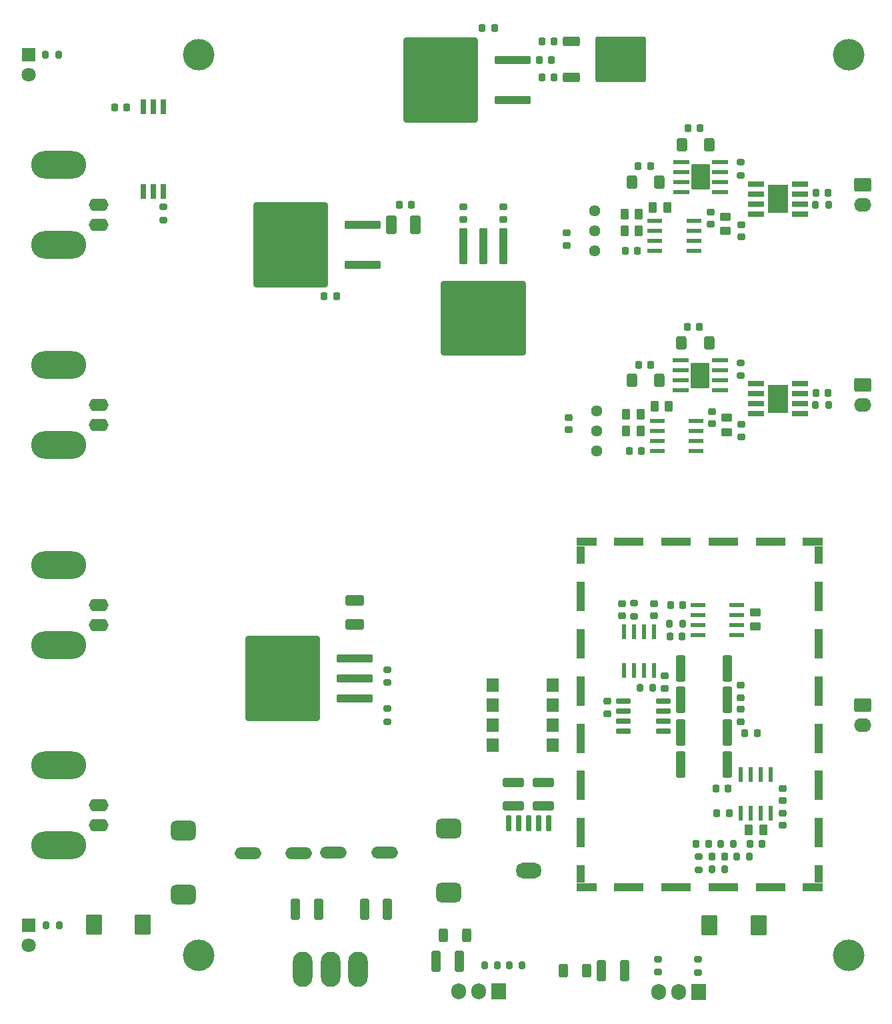
<source format=gbr>
%TF.GenerationSoftware,KiCad,Pcbnew,7.0.1*%
%TF.CreationDate,2023-05-22T15:23:34-04:00*%
%TF.ProjectId,bipolar_current_controller,6269706f-6c61-4725-9f63-757272656e74,rev?*%
%TF.SameCoordinates,Original*%
%TF.FileFunction,Soldermask,Top*%
%TF.FilePolarity,Negative*%
%FSLAX46Y46*%
G04 Gerber Fmt 4.6, Leading zero omitted, Abs format (unit mm)*
G04 Created by KiCad (PCBNEW 7.0.1) date 2023-05-22 15:23:34*
%MOMM*%
%LPD*%
G01*
G04 APERTURE LIST*
G04 Aperture macros list*
%AMRoundRect*
0 Rectangle with rounded corners*
0 $1 Rounding radius*
0 $2 $3 $4 $5 $6 $7 $8 $9 X,Y pos of 4 corners*
0 Add a 4 corners polygon primitive as box body*
4,1,4,$2,$3,$4,$5,$6,$7,$8,$9,$2,$3,0*
0 Add four circle primitives for the rounded corners*
1,1,$1+$1,$2,$3*
1,1,$1+$1,$4,$5*
1,1,$1+$1,$6,$7*
1,1,$1+$1,$8,$9*
0 Add four rect primitives between the rounded corners*
20,1,$1+$1,$2,$3,$4,$5,0*
20,1,$1+$1,$4,$5,$6,$7,0*
20,1,$1+$1,$6,$7,$8,$9,0*
20,1,$1+$1,$8,$9,$2,$3,0*%
G04 Aperture macros list end*
%ADD10RoundRect,0.250000X0.262500X0.450000X-0.262500X0.450000X-0.262500X-0.450000X0.262500X-0.450000X0*%
%ADD11C,4.000000*%
%ADD12RoundRect,0.250000X1.100000X-0.325000X1.100000X0.325000X-1.100000X0.325000X-1.100000X-0.325000X0*%
%ADD13RoundRect,0.200000X-0.200000X-0.275000X0.200000X-0.275000X0.200000X0.275000X-0.200000X0.275000X0*%
%ADD14RoundRect,0.200000X0.275000X-0.200000X0.275000X0.200000X-0.275000X0.200000X-0.275000X-0.200000X0*%
%ADD15RoundRect,0.250000X-0.362500X-1.425000X0.362500X-1.425000X0.362500X1.425000X-0.362500X1.425000X0*%
%ADD16RoundRect,0.225000X0.250000X-0.225000X0.250000X0.225000X-0.250000X0.225000X-0.250000X-0.225000X0*%
%ADD17R,2.032000X0.660400*%
%ADD18C,0.355600*%
%ADD19R,2.540000X3.556000*%
%ADD20RoundRect,0.200000X-0.275000X0.200000X-0.275000X-0.200000X0.275000X-0.200000X0.275000X0.200000X0*%
%ADD21RoundRect,0.218750X-0.218750X-0.256250X0.218750X-0.256250X0.218750X0.256250X-0.218750X0.256250X0*%
%ADD22R,1.000000X1.000000*%
%ADD23R,1.550000X1.000000*%
%ADD24R,3.800000X1.000000*%
%ADD25R,1.000000X2.300000*%
%ADD26R,1.000000X3.800000*%
%ADD27R,1.520000X1.780000*%
%ADD28R,1.520000X1.750000*%
%ADD29RoundRect,0.250000X-0.450000X0.262500X-0.450000X-0.262500X0.450000X-0.262500X0.450000X0.262500X0*%
%ADD30RoundRect,0.625000X-0.975000X0.625000X-0.975000X-0.625000X0.975000X-0.625000X0.975000X0.625000X0*%
%ADD31RoundRect,0.250000X-0.312500X-0.625000X0.312500X-0.625000X0.312500X0.625000X-0.312500X0.625000X0*%
%ADD32RoundRect,0.250000X-0.850000X-0.350000X0.850000X-0.350000X0.850000X0.350000X-0.850000X0.350000X0*%
%ADD33RoundRect,0.249997X-2.950003X-2.650003X2.950003X-2.650003X2.950003X2.650003X-2.950003X2.650003X0*%
%ADD34RoundRect,0.225000X-0.250000X0.225000X-0.250000X-0.225000X0.250000X-0.225000X0.250000X0.225000X0*%
%ADD35R,0.558800X1.981200*%
%ADD36O,3.400000X1.500000*%
%ADD37R,1.905000X2.000000*%
%ADD38O,1.905000X2.000000*%
%ADD39RoundRect,0.225000X0.225000X0.250000X-0.225000X0.250000X-0.225000X-0.250000X0.225000X-0.250000X0*%
%ADD40RoundRect,0.250000X-0.845000X0.620000X-0.845000X-0.620000X0.845000X-0.620000X0.845000X0.620000X0*%
%ADD41O,2.190000X1.740000*%
%ADD42RoundRect,0.225000X-0.225000X-0.250000X0.225000X-0.250000X0.225000X0.250000X-0.225000X0.250000X0*%
%ADD43RoundRect,0.250000X-0.325000X-1.100000X0.325000X-1.100000X0.325000X1.100000X-0.325000X1.100000X0*%
%ADD44O,2.500000X4.500000*%
%ADD45RoundRect,0.250000X0.450000X-0.262500X0.450000X0.262500X-0.450000X0.262500X-0.450000X-0.262500X0*%
%ADD46RoundRect,0.250000X-0.400000X-0.600000X0.400000X-0.600000X0.400000X0.600000X-0.400000X0.600000X0*%
%ADD47R,1.800000X1.800000*%
%ADD48C,1.800000*%
%ADD49RoundRect,0.250000X-0.925000X0.412500X-0.925000X-0.412500X0.925000X-0.412500X0.925000X0.412500X0*%
%ADD50R,1.981200X0.558800*%
%ADD51RoundRect,0.200000X0.200000X0.275000X-0.200000X0.275000X-0.200000X-0.275000X0.200000X-0.275000X0*%
%ADD52RoundRect,0.041300X0.943700X0.253700X-0.943700X0.253700X-0.943700X-0.253700X0.943700X-0.253700X0*%
%ADD53RoundRect,0.170100X1.044900X1.414900X-1.044900X1.414900X-1.044900X-1.414900X1.044900X-1.414900X0*%
%ADD54RoundRect,0.250000X2.050000X0.300000X-2.050000X0.300000X-2.050000X-0.300000X2.050000X-0.300000X0*%
%ADD55RoundRect,0.250002X4.449998X5.149998X-4.449998X5.149998X-4.449998X-5.149998X4.449998X-5.149998X0*%
%ADD56R,1.981200X0.533400*%
%ADD57C,1.440000*%
%ADD58O,2.500000X1.600000*%
%ADD59O,7.000000X3.500000*%
%ADD60RoundRect,0.048800X0.871200X0.256200X-0.871200X0.256200X-0.871200X-0.256200X0.871200X-0.256200X0*%
%ADD61RoundRect,0.250000X0.400000X0.600000X-0.400000X0.600000X-0.400000X-0.600000X0.400000X-0.600000X0*%
%ADD62RoundRect,0.250000X-0.262500X-0.450000X0.262500X-0.450000X0.262500X0.450000X-0.262500X0.450000X0*%
%ADD63R,0.640000X1.900000*%
%ADD64RoundRect,0.250000X0.787500X1.025000X-0.787500X1.025000X-0.787500X-1.025000X0.787500X-1.025000X0*%
%ADD65RoundRect,0.250000X-0.300000X2.050000X-0.300000X-2.050000X0.300000X-2.050000X0.300000X2.050000X0*%
%ADD66RoundRect,0.250002X-5.149998X4.449998X-5.149998X-4.449998X5.149998X-4.449998X5.149998X4.449998X0*%
%ADD67RoundRect,0.049600X-0.260400X0.935400X-0.260400X-0.935400X0.260400X-0.935400X0.260400X0.935400X0*%
%ADD68RoundRect,0.788000X-0.792000X0.197000X-0.792000X-0.197000X0.792000X-0.197000X0.792000X0.197000X0*%
%ADD69RoundRect,0.250000X0.412500X0.925000X-0.412500X0.925000X-0.412500X-0.925000X0.412500X-0.925000X0*%
%ADD70RoundRect,0.250000X0.325000X1.100000X-0.325000X1.100000X-0.325000X-1.100000X0.325000X-1.100000X0*%
G04 APERTURE END LIST*
D10*
%TO.C,R13*%
X144835477Y-54101451D03*
X143010477Y-54101451D03*
%TD*%
D11*
%TO.C,H1*%
X88900000Y-146050000D03*
%TD*%
D12*
%TO.C,C51*%
X128908093Y-127029306D03*
X128908093Y-124079306D03*
%TD*%
D13*
%TO.C,R38*%
X125244988Y-147272713D03*
X126894988Y-147272713D03*
%TD*%
D14*
%TO.C,R36*%
X112903000Y-116369000D03*
X112903000Y-114719000D03*
%TD*%
D13*
%TO.C,R32*%
X69560618Y-142239960D03*
X71210618Y-142239960D03*
%TD*%
D15*
%TO.C,R9*%
X150164262Y-113603705D03*
X156089262Y-113603705D03*
%TD*%
D10*
%TO.C,R17*%
X148440477Y-51077426D03*
X146615477Y-51077426D03*
%TD*%
D16*
%TO.C,C10*%
X135894050Y-79336617D03*
X135894050Y-77786617D03*
%TD*%
D17*
%TO.C,U8*%
X159731824Y-48110039D03*
X159731824Y-49380039D03*
X159731824Y-50650039D03*
X159731824Y-51920039D03*
X165319824Y-51920039D03*
X165319824Y-50650039D03*
X165319824Y-49380039D03*
X165319824Y-48110039D03*
D18*
X161636824Y-48491039D03*
X161636824Y-50015039D03*
X161636824Y-51539039D03*
X162081324Y-49253039D03*
X162081324Y-50777039D03*
X162525824Y-48491039D03*
X162525824Y-50015039D03*
D19*
X162525824Y-50015039D03*
D18*
X162525824Y-51539039D03*
X162970324Y-49253039D03*
X162970324Y-50777039D03*
X163414824Y-48491039D03*
X163414824Y-50015039D03*
X163414824Y-51539039D03*
%TD*%
D20*
%TO.C,R35*%
X147319856Y-146506237D03*
X147319856Y-148156237D03*
%TD*%
D21*
%TO.C,L4*%
X152116569Y-131854347D03*
X153691569Y-131854347D03*
%TD*%
D22*
%TO.C,TP1*%
X137419433Y-137356288D03*
D23*
X138694433Y-137356288D03*
D24*
X143569433Y-137356288D03*
X149569433Y-137356288D03*
X155569433Y-137356288D03*
X161569433Y-137356288D03*
D23*
X166444433Y-137356288D03*
D22*
X167719433Y-137356288D03*
D25*
X137419433Y-135706288D03*
X167719433Y-135706288D03*
D26*
X137419433Y-130456288D03*
X167719433Y-130456288D03*
X137419433Y-124456288D03*
X167719433Y-124456288D03*
X137419433Y-118456288D03*
X167719433Y-118456288D03*
X137419433Y-112456288D03*
X167719433Y-112456288D03*
X137419433Y-106456288D03*
X167719433Y-106456288D03*
X137419433Y-100456288D03*
X167719433Y-100456288D03*
D25*
X137419433Y-95206288D03*
X167719433Y-95206288D03*
D22*
X137419433Y-93556288D03*
D23*
X138694433Y-93556288D03*
D24*
X143569433Y-93556288D03*
X149569433Y-93556288D03*
X155569433Y-93556288D03*
X161569433Y-93556288D03*
D23*
X166444433Y-93556288D03*
D22*
X167719433Y-93556288D03*
%TD*%
D27*
%TO.C,J5*%
X133919599Y-119373256D03*
D28*
X133919599Y-116833256D03*
D27*
X133919599Y-114293256D03*
X133919599Y-111753256D03*
X126299599Y-111753256D03*
X126299599Y-114293256D03*
X126299599Y-116833256D03*
X126299599Y-119373256D03*
%TD*%
D16*
%TO.C,C30*%
X157795599Y-113303256D03*
X157795599Y-111753256D03*
%TD*%
D29*
%TO.C,R19*%
X155820967Y-52274821D03*
X155820967Y-54099821D03*
%TD*%
D30*
%TO.C,L2*%
X120650000Y-129935000D03*
X120650000Y-138035000D03*
%TD*%
D20*
%TO.C,R34*%
X152374307Y-146527951D03*
X152374307Y-148177951D03*
%TD*%
%TO.C,R1*%
X144261759Y-101349121D03*
X144261759Y-102999121D03*
%TD*%
D31*
%TO.C,R41*%
X135255000Y-147955000D03*
X138180000Y-147955000D03*
%TD*%
D32*
%TO.C,U14*%
X136242922Y-30003935D03*
D33*
X142542922Y-32283935D03*
D32*
X136242922Y-34563935D03*
%TD*%
D10*
%TO.C,R14*%
X144832776Y-51925154D03*
X143007776Y-51925154D03*
%TD*%
D34*
%TO.C,C2*%
X146801211Y-101394072D03*
X146801211Y-102944072D03*
%TD*%
D35*
%TO.C,U1*%
X142991759Y-109886721D03*
X144261759Y-109886721D03*
X145531759Y-109886721D03*
X146801759Y-109886721D03*
X146801759Y-104959121D03*
X145531759Y-104959121D03*
X144261759Y-104959121D03*
X142991759Y-104959121D03*
%TD*%
D16*
%TO.C,C1*%
X142669092Y-102943524D03*
X142669092Y-101393524D03*
%TD*%
D36*
%TO.C,C31*%
X95175000Y-133096000D03*
X101675000Y-133096000D03*
%TD*%
D16*
%TO.C,C27*%
X163144222Y-129532056D03*
X163144222Y-127982056D03*
%TD*%
D37*
%TO.C,U12*%
X152400000Y-150640058D03*
D38*
X149860000Y-150640058D03*
X147320000Y-150640058D03*
%TD*%
D39*
%TO.C,C28*%
X159853599Y-117849256D03*
X158303599Y-117849256D03*
%TD*%
D14*
%TO.C,R4*%
X152446600Y-135141226D03*
X152446600Y-133491226D03*
%TD*%
D39*
%TO.C,C42*%
X126505000Y-28322000D03*
X124955000Y-28322000D03*
%TD*%
D40*
%TO.C,J7*%
X173228000Y-48260000D03*
D41*
X173228000Y-50800000D03*
%TD*%
D11*
%TO.C,H4*%
X88900000Y-31750000D03*
%TD*%
D42*
%TO.C,C25*%
X154760449Y-127979468D03*
X156310449Y-127979468D03*
%TD*%
D15*
%TO.C,R8*%
X150152330Y-109603374D03*
X156077330Y-109603374D03*
%TD*%
D39*
%TO.C,C48*%
X115964000Y-50800000D03*
X114414000Y-50800000D03*
%TD*%
D42*
%TO.C,C3*%
X154645050Y-124884019D03*
X156195050Y-124884019D03*
%TD*%
D13*
%TO.C,R10*%
X148740732Y-103957748D03*
X150390732Y-103957748D03*
%TD*%
D42*
%TO.C,C23*%
X144754000Y-45847000D03*
X146304000Y-45847000D03*
%TD*%
D14*
%TO.C,R26*%
X157734000Y-72453000D03*
X157734000Y-70803000D03*
%TD*%
D43*
%TO.C,C40*%
X140056000Y-147955000D03*
X143006000Y-147955000D03*
%TD*%
D39*
%TO.C,C43*%
X134079922Y-34569935D03*
X132529922Y-34569935D03*
%TD*%
D34*
%TO.C,C4*%
X163129762Y-124824783D03*
X163129762Y-126374783D03*
%TD*%
D44*
%TO.C,P1*%
X102164000Y-147828000D03*
X105664000Y-147828000D03*
X109164000Y-147828000D03*
%TD*%
D45*
%TO.C,R6*%
X159648881Y-104283923D03*
X159648881Y-102458923D03*
%TD*%
D29*
%TO.C,R20*%
X155977129Y-77784556D03*
X155977129Y-79609556D03*
%TD*%
D46*
%TO.C,D4*%
X143979447Y-73068233D03*
X147479447Y-73068233D03*
%TD*%
D43*
%TO.C,C34*%
X109982000Y-140208000D03*
X112932000Y-140208000D03*
%TD*%
D47*
%TO.C,D6*%
X67310000Y-31750000D03*
D48*
X67310000Y-34290000D03*
%TD*%
D10*
%TO.C,R15*%
X145065311Y-79467582D03*
X143240311Y-79467582D03*
%TD*%
D34*
%TO.C,C11*%
X153967952Y-51709949D03*
X153967952Y-53259949D03*
%TD*%
D42*
%TO.C,C16*%
X151094835Y-41061292D03*
X152644835Y-41061292D03*
%TD*%
D49*
%TO.C,C52*%
X108712000Y-100976000D03*
X108712000Y-104051000D03*
%TD*%
D50*
%TO.C,U3*%
X157287599Y-105403256D03*
X157287599Y-104133256D03*
X157287599Y-102863256D03*
X157287599Y-101593256D03*
X152359999Y-101593256D03*
X152359999Y-102863256D03*
X152359999Y-104133256D03*
X152359999Y-105403256D03*
%TD*%
D14*
%TO.C,R37*%
X112903000Y-111416000D03*
X112903000Y-109766000D03*
%TD*%
D51*
%TO.C,R39*%
X71120000Y-31750000D03*
X69470000Y-31750000D03*
%TD*%
D16*
%TO.C,C45*%
X127634000Y-52595000D03*
X127634000Y-51045000D03*
%TD*%
D52*
%TO.C,S2*%
X155182000Y-49149000D03*
X155182000Y-47879000D03*
X155182000Y-46609000D03*
X155182000Y-45339000D03*
D53*
X152711015Y-47244000D03*
D52*
X150232000Y-45339000D03*
X150232000Y-46609000D03*
X150232000Y-47879000D03*
X150232000Y-49149000D03*
%TD*%
D54*
%TO.C,U13*%
X128787000Y-37447000D03*
D55*
X119637000Y-34907000D03*
D54*
X128787000Y-32367000D03*
%TD*%
D56*
%TO.C,U6*%
X147176131Y-78205476D03*
X147176131Y-79475476D03*
X147176131Y-80745476D03*
X147176131Y-82015476D03*
X152103731Y-82015476D03*
X152103731Y-80745476D03*
X152103731Y-79475476D03*
X152103731Y-78205476D03*
%TD*%
D42*
%TO.C,C6*%
X148794402Y-105551513D03*
X150344402Y-105551513D03*
%TD*%
%TO.C,C14*%
X143602184Y-82011665D03*
X145152184Y-82011665D03*
%TD*%
D39*
%TO.C,C37*%
X79813108Y-38386246D03*
X78263108Y-38386246D03*
%TD*%
D16*
%TO.C,C9*%
X135636000Y-55893000D03*
X135636000Y-54343000D03*
%TD*%
D13*
%TO.C,R28*%
X157245902Y-133493984D03*
X158895902Y-133493984D03*
%TD*%
D57*
%TO.C,RV1*%
X139197249Y-51558848D03*
X139197249Y-54098848D03*
X139197249Y-56638848D03*
%TD*%
D40*
%TO.C,J8*%
X173228000Y-73660000D03*
D41*
X173228000Y-76200000D03*
%TD*%
D11*
%TO.C,H3*%
X171450000Y-31750000D03*
%TD*%
D14*
%TO.C,R25*%
X157747048Y-47035511D03*
X157747048Y-45385511D03*
%TD*%
D52*
%TO.C,S1*%
X155122372Y-74335190D03*
X155122372Y-73065190D03*
X155122372Y-71795190D03*
X155122372Y-70525190D03*
D53*
X152651387Y-72430190D03*
D52*
X150172372Y-70525190D03*
X150172372Y-71795190D03*
X150172372Y-73065190D03*
X150172372Y-74335190D03*
%TD*%
D58*
%TO.C,J1*%
X76200000Y-101600000D03*
X76200000Y-104140000D03*
D59*
X71120000Y-106680000D03*
X71120000Y-96520000D03*
%TD*%
D36*
%TO.C,C32*%
X106045000Y-132999016D03*
X112545000Y-132999016D03*
%TD*%
D34*
%TO.C,C20*%
X157824633Y-78638388D03*
X157824633Y-80188388D03*
%TD*%
D16*
%TO.C,C29*%
X157795599Y-116351256D03*
X157795599Y-114801256D03*
%TD*%
D60*
%TO.C,U4*%
X147943550Y-117566361D03*
X147943550Y-116296361D03*
X147943550Y-115026361D03*
X147943550Y-113756361D03*
X142873550Y-113756361D03*
X142873550Y-115026361D03*
X142873550Y-116296361D03*
X142873550Y-117566361D03*
%TD*%
D43*
%TO.C,C33*%
X101190000Y-140208000D03*
X104140000Y-140208000D03*
%TD*%
D16*
%TO.C,C7*%
X148143599Y-112109568D03*
X148143599Y-110559568D03*
%TD*%
D58*
%TO.C,J2*%
X76200000Y-127000000D03*
X76200000Y-129540000D03*
D59*
X71120000Y-132080000D03*
X71120000Y-121920000D03*
%TD*%
D10*
%TO.C,R18*%
X148660281Y-76300476D03*
X146835281Y-76300476D03*
%TD*%
D51*
%TO.C,R23*%
X168910000Y-76200000D03*
X167260000Y-76200000D03*
%TD*%
D12*
%TO.C,C49*%
X132732890Y-127068699D03*
X132732890Y-124118699D03*
%TD*%
D46*
%TO.C,D5*%
X143947000Y-47879000D03*
X147447000Y-47879000D03*
%TD*%
D39*
%TO.C,C17*%
X168860328Y-49229217D03*
X167310328Y-49229217D03*
%TD*%
D42*
%TO.C,C12*%
X143116000Y-56642000D03*
X144666000Y-56642000D03*
%TD*%
D17*
%TO.C,U7*%
X159713527Y-73477822D03*
X159713527Y-74747822D03*
X159713527Y-76017822D03*
X159713527Y-77287822D03*
X165301527Y-77287822D03*
X165301527Y-76017822D03*
X165301527Y-74747822D03*
X165301527Y-73477822D03*
D18*
X161618527Y-73858822D03*
X161618527Y-75382822D03*
X161618527Y-76906822D03*
X162063027Y-74620822D03*
X162063027Y-76144822D03*
X162507527Y-73858822D03*
X162507527Y-75382822D03*
D19*
X162507527Y-75382822D03*
D18*
X162507527Y-76906822D03*
X162952027Y-74620822D03*
X162952027Y-76144822D03*
X163396527Y-73858822D03*
X163396527Y-75382822D03*
X163396527Y-76906822D03*
%TD*%
D37*
%TO.C,U11*%
X127000000Y-150561586D03*
D38*
X124460000Y-150561586D03*
X121920000Y-150561586D03*
%TD*%
D51*
%TO.C,R2*%
X146619599Y-112062434D03*
X144969599Y-112062434D03*
%TD*%
D21*
%TO.C,L3*%
X154142704Y-133486256D03*
X155717704Y-133486256D03*
%TD*%
D39*
%TO.C,C44*%
X133744000Y-32356627D03*
X132194000Y-32356627D03*
%TD*%
D13*
%TO.C,R33*%
X128396562Y-147246355D03*
X130046562Y-147246355D03*
%TD*%
D61*
%TO.C,D1*%
X153774566Y-68324454D03*
X150274566Y-68324454D03*
%TD*%
%TO.C,D2*%
X153792449Y-43125585D03*
X150292449Y-43125585D03*
%TD*%
D39*
%TO.C,C22*%
X146361062Y-71085773D03*
X144811062Y-71085773D03*
%TD*%
%TO.C,C15*%
X152558566Y-66292454D03*
X151008566Y-66292454D03*
%TD*%
D11*
%TO.C,H2*%
X171450000Y-146050000D03*
%TD*%
D62*
%TO.C,R5*%
X158800567Y-130076091D03*
X160625567Y-130076091D03*
%TD*%
D42*
%TO.C,C5*%
X148849999Y-101593256D03*
X150399999Y-101593256D03*
%TD*%
D15*
%TO.C,R11*%
X150141803Y-121777544D03*
X156066803Y-121777544D03*
%TD*%
D57*
%TO.C,RV2*%
X139467129Y-81999056D03*
X139467129Y-79459056D03*
X139467129Y-76919056D03*
%TD*%
D13*
%TO.C,R3*%
X154120871Y-135118164D03*
X155770871Y-135118164D03*
%TD*%
D14*
%TO.C,R31*%
X84455000Y-52705000D03*
X84455000Y-51055000D03*
%TD*%
D34*
%TO.C,C8*%
X140834358Y-113785258D03*
X140834358Y-115335258D03*
%TD*%
D42*
%TO.C,C24*%
X158958633Y-131909895D03*
X160508633Y-131909895D03*
%TD*%
D31*
%TO.C,R40*%
X120015000Y-143510000D03*
X122940000Y-143510000D03*
%TD*%
D63*
%TO.C,U19*%
X81915000Y-49095000D03*
X83185000Y-49095000D03*
X84455000Y-49095000D03*
X84455000Y-38355000D03*
X83185000Y-38355000D03*
X81915000Y-38355000D03*
%TD*%
D30*
%TO.C,L1*%
X86995000Y-130175000D03*
X86995000Y-138275000D03*
%TD*%
D15*
%TO.C,R12*%
X150141803Y-117713544D03*
X156066803Y-117713544D03*
%TD*%
D13*
%TO.C,R27*%
X155230659Y-131873105D03*
X156880659Y-131873105D03*
%TD*%
D39*
%TO.C,C18*%
X168859705Y-74659132D03*
X167309705Y-74659132D03*
%TD*%
D51*
%TO.C,R22*%
X168923048Y-50782511D03*
X167273048Y-50782511D03*
%TD*%
D10*
%TO.C,R16*%
X145077979Y-77390002D03*
X143252979Y-77390002D03*
%TD*%
D56*
%TO.C,U5*%
X146882919Y-52832000D03*
X146882919Y-54102000D03*
X146882919Y-55372000D03*
X146882919Y-56642000D03*
X151810519Y-56642000D03*
X151810519Y-55372000D03*
X151810519Y-54102000D03*
X151810519Y-52832000D03*
%TD*%
D39*
%TO.C,C46*%
X106433000Y-62357000D03*
X104883000Y-62357000D03*
%TD*%
D16*
%TO.C,C47*%
X122554000Y-52595000D03*
X122554000Y-51045000D03*
%TD*%
D64*
%TO.C,C35*%
X81852500Y-142113000D03*
X75627500Y-142113000D03*
%TD*%
D58*
%TO.C,J6*%
X76200000Y-50800000D03*
X76200000Y-53340000D03*
D59*
X71120000Y-55880000D03*
X71120000Y-45720000D03*
%TD*%
D34*
%TO.C,C13*%
X154137814Y-76976111D03*
X154137814Y-78526111D03*
%TD*%
D54*
%TO.C,U18*%
X108730000Y-113430000D03*
X108730000Y-110890000D03*
D55*
X99580000Y-110890000D03*
D54*
X108730000Y-108350000D03*
%TD*%
D65*
%TO.C,U16*%
X127615000Y-56006000D03*
X125075000Y-56006000D03*
D66*
X125075000Y-65156000D03*
D65*
X122535000Y-56006000D03*
%TD*%
D64*
%TO.C,C36*%
X160020000Y-142240000D03*
X153795000Y-142240000D03*
%TD*%
D40*
%TO.C,J9*%
X173228000Y-114300000D03*
D41*
X173228000Y-116840000D03*
%TD*%
D67*
%TO.C,U17*%
X133350000Y-129245000D03*
X132080000Y-129245000D03*
X130810000Y-129245000D03*
X129540000Y-129245000D03*
X128270000Y-129245000D03*
D68*
X130810000Y-135255000D03*
%TD*%
D35*
%TO.C,U2*%
X157786303Y-127975144D03*
X159056303Y-127975144D03*
X160326303Y-127975144D03*
X161596303Y-127975144D03*
X161596303Y-123047544D03*
X160326303Y-123047544D03*
X159056303Y-123047544D03*
X157786303Y-123047544D03*
%TD*%
D54*
%TO.C,U15*%
X109765000Y-58409000D03*
D55*
X100615000Y-55869000D03*
D54*
X109765000Y-53329000D03*
%TD*%
D69*
%TO.C,C50*%
X116472500Y-53329000D03*
X113397500Y-53329000D03*
%TD*%
D39*
%TO.C,C41*%
X134092922Y-29997935D03*
X132542922Y-29997935D03*
%TD*%
D34*
%TO.C,C19*%
X157822898Y-53282276D03*
X157822898Y-54832276D03*
%TD*%
D47*
%TO.C,D3*%
X67310000Y-142240000D03*
D48*
X67310000Y-144780000D03*
%TD*%
D58*
%TO.C,J4*%
X76200000Y-76200000D03*
X76200000Y-78740000D03*
D59*
X71120000Y-81280000D03*
X71120000Y-71120000D03*
%TD*%
D70*
%TO.C,C39*%
X122071486Y-146788354D03*
X119121486Y-146788354D03*
%TD*%
M02*

</source>
